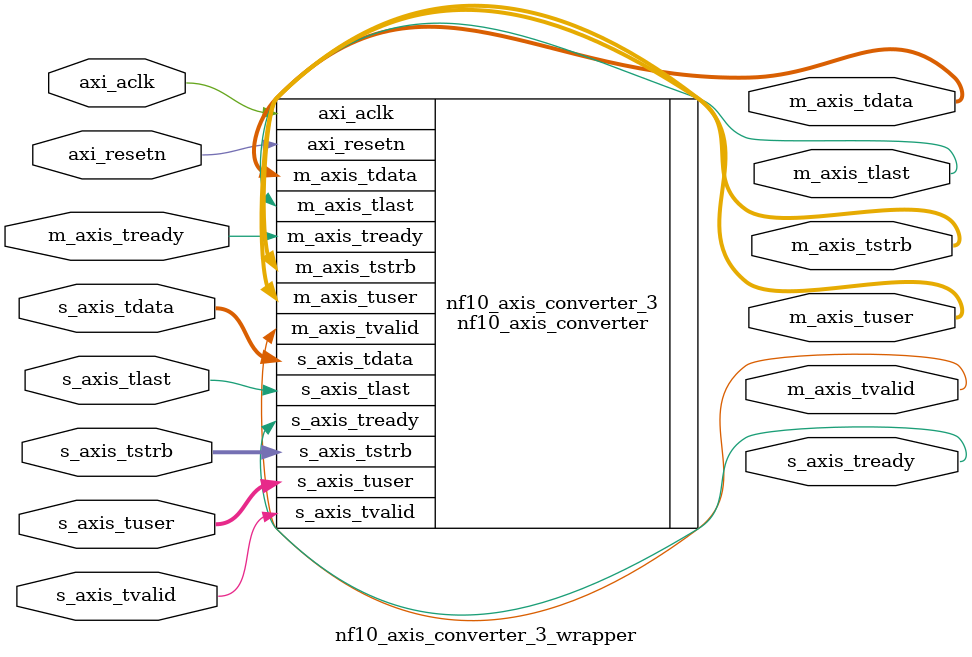
<source format=v>

module nf10_axis_converter_3_wrapper
  (
    axi_aclk,
    axi_resetn,
    m_axis_tdata,
    m_axis_tstrb,
    m_axis_tuser,
    m_axis_tvalid,
    m_axis_tready,
    m_axis_tlast,
    s_axis_tdata,
    s_axis_tstrb,
    s_axis_tuser,
    s_axis_tvalid,
    s_axis_tready,
    s_axis_tlast
  );
  input axi_aclk;
  input axi_resetn;
  output [255:0] m_axis_tdata;
  output [31:0] m_axis_tstrb;
  output [127:0] m_axis_tuser;
  output m_axis_tvalid;
  input m_axis_tready;
  output m_axis_tlast;
  input [63:0] s_axis_tdata;
  input [7:0] s_axis_tstrb;
  input [127:0] s_axis_tuser;
  input s_axis_tvalid;
  output s_axis_tready;
  input s_axis_tlast;

  nf10_axis_converter
    #(
      .C_M_AXIS_DATA_WIDTH ( 256 ),
      .C_S_AXIS_DATA_WIDTH ( 64 ),
      .C_M_AXIS_TUSER_WIDTH ( 128 ),
      .C_S_AXIS_TUSER_WIDTH ( 128 ),
      .C_LEN_WIDTH ( 16 ),
      .C_SPT_WIDTH ( 8 ),
      .C_DPT_WIDTH ( 8 ),
      .C_DEFAULT_VALUE_ENABLE ( 0 ),
      .C_DEFAULT_SRC_PORT ( 8'h00 ),
      .C_DEFAULT_DST_PORT ( 8'h00 )
    )
    nf10_axis_converter_3 (
      .axi_aclk ( axi_aclk ),
      .axi_resetn ( axi_resetn ),
      .m_axis_tdata ( m_axis_tdata ),
      .m_axis_tstrb ( m_axis_tstrb ),
      .m_axis_tuser ( m_axis_tuser ),
      .m_axis_tvalid ( m_axis_tvalid ),
      .m_axis_tready ( m_axis_tready ),
      .m_axis_tlast ( m_axis_tlast ),
      .s_axis_tdata ( s_axis_tdata ),
      .s_axis_tstrb ( s_axis_tstrb ),
      .s_axis_tuser ( s_axis_tuser ),
      .s_axis_tvalid ( s_axis_tvalid ),
      .s_axis_tready ( s_axis_tready ),
      .s_axis_tlast ( s_axis_tlast )
    );

endmodule


</source>
